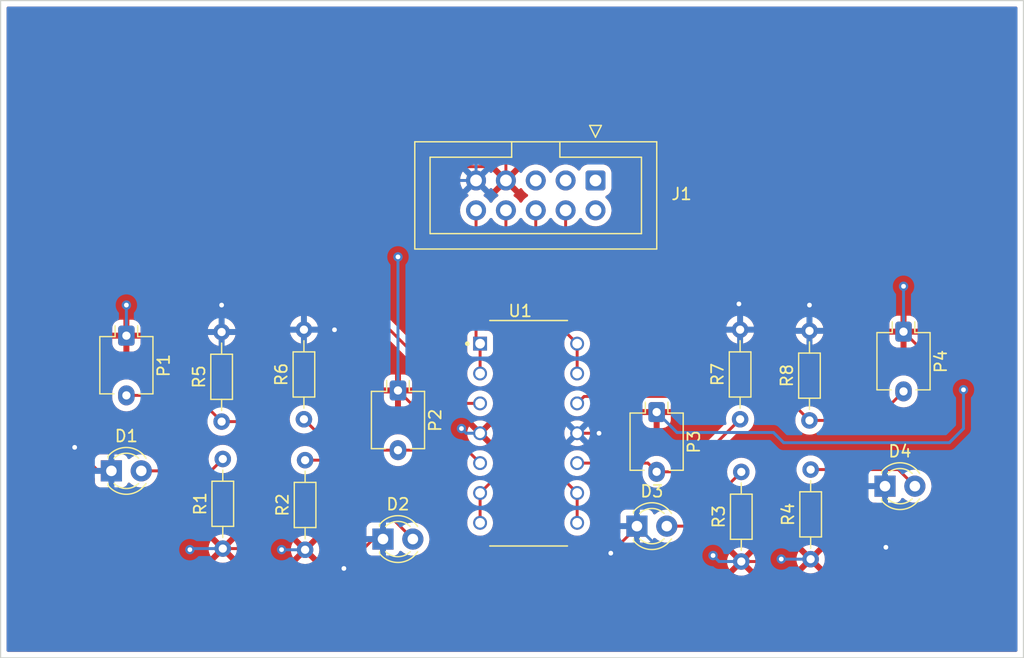
<source format=kicad_pcb>
(kicad_pcb (version 20211014) (generator pcbnew)
  (layers (0 "F.Cu" signal) (31 "B.Cu" signal) (34 "B.Paste" user) (35 "F.Paste" user) (36 "B.SilkS" user "B.Silkscreen") (37 "F.SilkS" user "F.Silkscreen") (38 "B.Mask" user) (39 "F.Mask" user) (44 "Edge.Cuts" user))
  (net 0 "")
  (net 1 "GND")
  (net 2 "Net-(D1-Pad2)")
  (net 3 "Net-(D2-Pad2)")
  (net 4 "Net-(D3-Pad2)")
  (net 5 "Net-(D4-Pad2)")
  (net 9 "O4")
  (net 11 "O3")
  (net 12 "VCC")
  (net 13 "O2")
  (net 14 "O1")
  (net 15 "A1")
  (net 16 "A2")
  (net 17 "A3")
  (net 18 "A4")
  (footprint "LED_THT:LED_D3.0mm" (layer "F.Cu") (at 118.125 88)
    (fp_text reference "D4" (at 1.27 -2.96) (layer "F.SilkS"))
    (fp_text value "LED")
    (fp_line (start -0.29 -1.236) (end -0.29 -1.08) (layer "F.SilkS") (width 0.12))
    (fp_line (start -0.29 1.08) (end -0.29 1.236) (layer "F.SilkS") (width 0.12))
    (fp_arc (start 0.229039 -1.08) (mid 1.270117 -1.5) (end 2.31113 -1.079837) (layer "F.SilkS") (width 0.12))
    (fp_arc (start -0.29 -1.235516) (mid 1.366487 -1.987659) (end 2.942335 -1.078608) (layer "F.SilkS") (width 0.12))
    (fp_arc (start 2.31113 1.079837) (mid 1.270117 1.5) (end 0.229039 1.08) (layer "F.SilkS") (width 0.12))
    (fp_arc (start 2.942335 1.078608) (mid 1.366487 1.987659) (end -0.29 1.235516) (layer "F.SilkS") (width 0.12))
    (pad "1" thru_hole rect (at 0 0) (size 1.8 1.8) (drill 0.9) (layers *.Cu *.Mask) (net 1 "GND"))
    (pad "2" thru_hole circle (at 2.54 0) (size 1.8 1.8) (drill 0.9) (layers *.Cu *.Mask) (net 5 "Net-(D4-Pad2)"))
  )
  (footprint "Connector_IDC:IDC-Header_2x05_P2.54mm_Vertical" (layer "F.Cu") (at 93.5 62 -90)
    (fp_text reference "J1" (at 1.1525 -7.32 180) (layer "F.SilkS"))
    (fp_text value "Conn_02x05_Odd_Even")
    (fp_line (start 5.83 -5.21) (end 5.83 15.37) (layer "F.SilkS") (width 0.12))
    (fp_line (start -4.68 -0.5) (end -4.68 0.5) (layer "F.SilkS") (width 0.12))
    (fp_line (start -3.68 0) (end -4.68 -0.5) (layer "F.SilkS") (width 0.12))
    (fp_line (start 4.52 -3.91) (end 4.52 14.07) (layer "F.SilkS") (width 0.12))
    (fp_line (start -1.98 -3.91) (end 4.52 -3.91) (layer "F.SilkS") (width 0.12))
    (fp_line (start -3.29 -5.21) (end 5.83 -5.21) (layer "F.SilkS") (width 0.12))
    (fp_line (start -3.29 15.37) (end -3.29 -5.21) (layer "F.SilkS") (width 0.12))
    (fp_line (start -1.98 7.13) (end -3.29 7.13) (layer "F.SilkS") (width 0.12))
    (fp_line (start -1.98 14.07) (end -1.98 7.13) (layer "F.SilkS") (width 0.12))
    (fp_line (start -3.29 3.03) (end -1.98 3.03) (layer "F.SilkS") (width 0.12))
    (fp_line (start -4.68 0.5) (end -3.68 0) (layer "F.SilkS") (width 0.12))
    (fp_line (start 4.52 14.07) (end -1.98 14.07) (layer "F.SilkS") (width 0.12))
    (fp_line (start -1.98 7.13) (end -1.98 7.13) (layer "F.SilkS") (width 0.12))
    (fp_line (start 5.83 15.37) (end -3.29 15.37) (layer "F.SilkS") (width 0.12))
    (fp_line (start -1.98 3.03) (end -1.98 -3.91) (layer "F.SilkS") (width 0.12))
    (pad "1" thru_hole roundrect (at 0 0 270) (size 1.7 1.7) (drill 1) (layers *.Cu *.Mask) (roundrect_rratio 0.1470588235))
    (pad "2" thru_hole circle (at 2.54 0 270) (size 1.7 1.7) (drill 1) (layers *.Cu *.Mask))
    (pad "3" thru_hole circle (at 0 2.54 270) (size 1.7 1.7) (drill 1) (layers *.Cu *.Mask))
    (pad "4" thru_hole circle (at 2.54 2.54 270) (size 1.7 1.7) (drill 1) (layers *.Cu *.Mask) (net 9 "O4"))
    (pad "5" thru_hole circle (at 0 5.08 270) (size 1.7 1.7) (drill 1) (layers *.Cu *.Mask))
    (pad "6" thru_hole circle (at 2.54 5.08 270) (size 1.7 1.7) (drill 1) (layers *.Cu *.Mask) (net 11 "O3"))
    (pad "7" thru_hole circle (at 0 7.62 270) (size 1.7 1.7) (drill 1) (layers *.Cu *.Mask) (net 12 "VCC"))
    (pad "8" thru_hole circle (at 2.54 7.62 270) (size 1.7 1.7) (drill 1) (layers *.Cu *.Mask) (net 13 "O2"))
    (pad "9" thru_hole circle (at 0 10.16 270) (size 1.7 1.7) (drill 1) (layers *.Cu *.Mask) (net 1 "GND"))
    (pad "10" thru_hole circle (at 2.54 10.16 270) (size 1.7 1.7) (drill 1) (layers *.Cu *.Mask) (net 14 "O1"))
  )
  (footprint "Resistor_THT:R_Axial_DIN0204_L3.6mm_D1.6mm_P7.62mm_Horizontal" (layer "F.Cu") (at 111.8 94.21 90)
    (fp_text reference "R4" (at 3.81 -1.92 90) (layer "F.SilkS"))
    (fp_text value "R_US")
    (fp_line (start 6.68 0) (end 5.73 0) (layer "F.SilkS") (width 0.12))
    (fp_line (start 0.94 0) (end 1.89 0) (layer "F.SilkS") (width 0.12))
    (fp_line (start 5.73 -0.92) (end 1.89 -0.92) (layer "F.SilkS") (width 0.12))
    (fp_line (start 1.89 0.92) (end 5.73 0.92) (layer "F.SilkS") (width 0.12))
    (fp_line (start 1.89 -0.92) (end 1.89 0.92) (layer "F.SilkS") (width 0.12))
    (fp_line (start 5.73 0.92) (end 5.73 -0.92) (layer "F.SilkS") (width 0.12))
    (pad "1" thru_hole circle (at 0 0 90) (size 1.4 1.4) (drill 0.7) (layers *.Cu *.Mask) (net 12 "VCC"))
    (pad "2" thru_hole oval (at 7.62 0 90) (size 1.4 1.4) (drill 0.7) (layers *.Cu *.Mask) (net 5 "Net-(D4-Pad2)"))
  )
  (footprint "Resistor_THT:R_Axial_DIN0204_L3.6mm_D1.6mm_P7.62mm_Horizontal" (layer "F.Cu") (at 68.7 82.31 90)
    (fp_text reference "R6" (at 3.81 -1.92 90) (layer "F.SilkS"))
    (fp_text value "R_US")
    (fp_line (start 5.73 -0.92) (end 1.89 -0.92) (layer "F.SilkS") (width 0.12))
    (fp_line (start 1.89 -0.92) (end 1.89 0.92) (layer "F.SilkS") (width 0.12))
    (fp_line (start 6.68 0) (end 5.73 0) (layer "F.SilkS") (width 0.12))
    (fp_line (start 5.73 0.92) (end 5.73 -0.92) (layer "F.SilkS") (width 0.12))
    (fp_line (start 1.89 0.92) (end 5.73 0.92) (layer "F.SilkS") (width 0.12))
    (fp_line (start 0.94 0) (end 1.89 0) (layer "F.SilkS") (width 0.12))
    (pad "1" thru_hole circle (at 0 0 90) (size 1.4 1.4) (drill 0.7) (layers *.Cu *.Mask) (net 16 "A2"))
    (pad "2" thru_hole oval (at 7.62 0 90) (size 1.4 1.4) (drill 0.7) (layers *.Cu *.Mask) (net 1 "GND"))
  )
  (footprint "Resistor_THT:R_Axial_DIN0204_L3.6mm_D1.6mm_P7.62mm_Horizontal" (layer "F.Cu") (at 111.7 82.41 90)
    (fp_text reference "R8" (at 3.81 -1.92 90) (layer "F.SilkS"))
    (fp_text value "R_US")
    (fp_line (start 5.73 0.92) (end 5.73 -0.92) (layer "F.SilkS") (width 0.12))
    (fp_line (start 6.68 0) (end 5.73 0) (layer "F.SilkS") (width 0.12))
    (fp_line (start 1.89 0.92) (end 5.73 0.92) (layer "F.SilkS") (width 0.12))
    (fp_line (start 5.73 -0.92) (end 1.89 -0.92) (layer "F.SilkS") (width 0.12))
    (fp_line (start 0.94 0) (end 1.89 0) (layer "F.SilkS") (width 0.12))
    (fp_line (start 1.89 -0.92) (end 1.89 0.92) (layer "F.SilkS") (width 0.12))
    (pad "1" thru_hole circle (at 0 0 90) (size 1.4 1.4) (drill 0.7) (layers *.Cu *.Mask) (net 18 "A4"))
    (pad "2" thru_hole oval (at 7.62 0 90) (size 1.4 1.4) (drill 0.7) (layers *.Cu *.Mask) (net 1 "GND"))
  )
  (footprint "LED_THT:LED_D3.0mm" (layer "F.Cu") (at 52.325 86.7)
    (fp_text reference "D1" (at 1.27 -2.96) (layer "F.SilkS"))
    (fp_text value "LED")
    (fp_line (start -0.29 -1.236) (end -0.29 -1.08) (layer "F.SilkS") (width 0.12))
    (fp_line (start -0.29 1.08) (end -0.29 1.236) (layer "F.SilkS") (width 0.12))
    (fp_arc (start -0.29 -1.235516) (mid 1.366487 -1.987659) (end 2.942335 -1.078608) (layer "F.SilkS") (width 0.12))
    (fp_arc (start 2.942335 1.078608) (mid 1.366487 1.987659) (end -0.29 1.235516) (layer "F.SilkS") (width 0.12))
    (fp_arc (start 2.31113 1.079837) (mid 1.270117 1.5) (end 0.229039 1.08) (layer "F.SilkS") (width 0.12))
    (fp_arc (start 0.229039 -1.08) (mid 1.270117 -1.5) (end 2.31113 -1.079837) (layer "F.SilkS") (width 0.12))
    (pad "1" thru_hole rect (at 0 0) (size 1.8 1.8) (drill 0.9) (layers *.Cu *.Mask) (net 1 "GND"))
    (pad "2" thru_hole circle (at 2.54 0) (size 1.8 1.8) (drill 0.9) (layers *.Cu *.Mask) (net 2 "Net-(D1-Pad2)"))
  )
  (footprint "LED_THT:LED_D3.0mm" (layer "F.Cu") (at 97.025 91.4)
    (fp_text reference "D3" (at 1.27 -2.96) (layer "F.SilkS"))
    (fp_text value "LED")
    (fp_line (start -0.29 -1.236) (end -0.29 -1.08) (layer "F.SilkS") (width 0.12))
    (fp_line (start -0.29 1.08) (end -0.29 1.236) (layer "F.SilkS") (width 0.12))
    (fp_arc (start 2.31113 1.079837) (mid 1.270117 1.5) (end 0.229039 1.08) (layer "F.SilkS") (width 0.12))
    (fp_arc (start -0.29 -1.235516) (mid 1.366487 -1.987659) (end 2.942335 -1.078608) (layer "F.SilkS") (width 0.12))
    (fp_arc (start 2.942335 1.078608) (mid 1.366487 1.987659) (end -0.29 1.235516) (layer "F.SilkS") (width 0.12))
    (fp_arc (start 0.229039 -1.08) (mid 1.270117 -1.5) (end 2.31113 -1.079837) (layer "F.SilkS") (width 0.12))
    (pad "1" thru_hole rect (at 0 0) (size 1.8 1.8) (drill 0.9) (layers *.Cu *.Mask) (net 1 "GND"))
    (pad "2" thru_hole circle (at 2.54 0) (size 1.8 1.8) (drill 0.9) (layers *.Cu *.Mask) (net 4 "Net-(D3-Pad2)"))
  )
  (footprint "Resistor_THT:R_Axial_DIN0204_L3.6mm_D1.6mm_P7.62mm_Horizontal" (layer "F.Cu") (at 105.9 94.41 90)
    (fp_text reference "R3" (at 3.81 -1.92 90) (layer "F.SilkS"))
    (fp_text value "R_US")
    (fp_line (start 5.73 -0.92) (end 1.89 -0.92) (layer "F.SilkS") (width 0.12))
    (fp_line (start 1.89 -0.92) (end 1.89 0.92) (layer "F.SilkS") (width 0.12))
    (fp_line (start 5.73 0.92) (end 5.73 -0.92) (layer "F.SilkS") (width 0.12))
    (fp_line (start 6.68 0) (end 5.73 0) (layer "F.SilkS") (width 0.12))
    (fp_line (start 1.89 0.92) (end 5.73 0.92) (layer "F.SilkS") (width 0.12))
    (fp_line (start 0.94 0) (end 1.89 0) (layer "F.SilkS") (width 0.12))
    (pad "1" thru_hole circle (at 0 0 90) (size 1.4 1.4) (drill 0.7) (layers *.Cu *.Mask) (net 12 "VCC"))
    (pad "2" thru_hole oval (at 7.62 0 90) (size 1.4 1.4) (drill 0.7) (layers *.Cu *.Mask) (net 4 "Net-(D3-Pad2)"))
  )
  (footprint "OptoDevice:Osram_DIL2_4.3x4.65mm_P5.08mm" (layer "F.Cu") (at 98.7 81.7 -90)
    (fp_text reference "P3" (at 2.54 -3.17 90) (layer "F.SilkS"))
    (fp_text value "D_Photo")
    (fp_line (start 4.95 -2.26) (end 4.95 -1.06) (layer "F.SilkS") (width 0.12))
    (fp_line (start 0.08 -2.26) (end 0.08 -0.96) (layer "F.SilkS") (width 0.12))
    (fp_line (start 4.95 1.06) (end 4.95 2.26) (layer "F.SilkS") (width 0.12))
    (fp_line (start 0.08 0.96) (end -0.84 0.96) (layer "F.SilkS") (width 0.12))
    (fp_line (start 4.95 2.26) (end 0.08 2.26) (layer "F.SilkS") (width 0.12))
    (fp_line (start 0.08 0.96) (end 0.08 2.26) (layer "F.SilkS") (width 0.12))
    (fp_line (start 0.08 -0.96) (end -0.84 -0.96) (layer "F.SilkS") (width 0.12))
    (fp_line (start 0.08 -2.26) (end 4.95 -2.26) (layer "F.SilkS") (width 0.12))
    (pad "1" thru_hole roundrect (at 0 0 270) (size 1.7 1.4) (drill 0.7) (layers *.Cu *.Mask) (roundrect_rratio 0.178) (net 12 "VCC"))
    (pad "2" thru_hole oval (at 5.08 0 270) (size 1.7 1.4) (drill 0.7) (layers *.Cu *.Mask) (net 17 "A3"))
  )
  (footprint "LED_THT:LED_D3.0mm" (layer "F.Cu") (at 75.425 92.5)
    (fp_text reference "D2" (at 1.27 -2.96) (layer "F.SilkS"))
    (fp_text value "LED")
    (fp_line (start -0.29 -1.236) (end -0.29 -1.08) (layer "F.SilkS") (width 0.12))
    (fp_line (start -0.29 1.08) (end -0.29 1.236) (layer "F.SilkS") (width 0.12))
    (fp_arc (start 2.942335 1.078608) (mid 1.366487 1.987659) (end -0.29 1.235516) (layer "F.SilkS") (width 0.12))
    (fp_arc (start -0.29 -1.235516) (mid 1.366487 -1.987659) (end 2.942335 -1.078608) (layer "F.SilkS") (width 0.12))
    (fp_arc (start 2.31113 1.079837) (mid 1.270117 1.5) (end 0.229039 1.08) (layer "F.SilkS") (width 0.12))
    (fp_arc (start 0.229039 -1.08) (mid 1.270117 -1.5) (end 2.31113 -1.079837) (layer "F.SilkS") (width 0.12))
    (pad "1" thru_hole rect (at 0 0) (size 1.8 1.8) (drill 0.9) (layers *.Cu *.Mask) (net 1 "GND"))
    (pad "2" thru_hole circle (at 2.54 0) (size 1.8 1.8) (drill 0.9) (layers *.Cu *.Mask) (net 3 "Net-(D2-Pad2)"))
  )
  (footprint "Resistor_THT:R_Axial_DIN0204_L3.6mm_D1.6mm_P7.62mm_Horizontal" (layer "F.Cu") (at 61.7 82.51 90)
    (fp_text reference "R5" (at 3.81 -1.92 90) (layer "F.SilkS"))
    (fp_text value "R_US")
    (fp_line (start 5.73 0.92) (end 5.73 -0.92) (layer "F.SilkS") (width 0.12))
    (fp_line (start 1.89 -0.92) (end 1.89 0.92) (layer "F.SilkS") (width 0.12))
    (fp_line (start 6.68 0) (end 5.73 0) (layer "F.SilkS") (width 0.12))
    (fp_line (start 5.73 -0.92) (end 1.89 -0.92) (layer "F.SilkS") (width 0.12))
    (fp_line (start 1.89 0.92) (end 5.73 0.92) (layer "F.SilkS") (width 0.12))
    (fp_line (start 0.94 0) (end 1.89 0) (layer "F.SilkS") (width 0.12))
    (pad "1" thru_hole circle (at 0 0 90) (size 1.4 1.4) (drill 0.7) (layers *.Cu *.Mask) (net 15 "A1"))
    (pad "2" thru_hole oval (at 7.62 0 90) (size 1.4 1.4) (drill 0.7) (layers *.Cu *.Mask) (net 1 "GND"))
  )
  (footprint "OptoDevice:Osram_DIL2_4.3x4.65mm_P5.08mm" (layer "F.Cu") (at 119.7 74.86 -90)
    (fp_text reference "P4" (at 2.54 -3.17 90) (layer "F.SilkS"))
    (fp_text value "D_Photo")
    (fp_line (start 0.08 -2.26) (end 0.08 -0.96) (layer "F.SilkS") (width 0.12))
    (fp_line (start 4.95 2.26) (end 0.08 2.26) (layer "F.SilkS") (width 0.12))
    (fp_line (start 4.95 1.06) (end 4.95 2.26) (layer "F.SilkS") (width 0.12))
    (fp_line (start 0.08 0.96) (end 0.08 2.26) (layer "F.SilkS") (width 0.12))
    (fp_line (start 0.08 0.96) (end -0.84 0.96) (layer "F.SilkS") (width 0.12))
    (fp_line (start 4.95 -2.26) (end 4.95 -1.06) (layer "F.SilkS") (width 0.12))
    (fp_line (start 0.08 -2.26) (end 4.95 -2.26) (layer "F.SilkS") (width 0.12))
    (fp_line (start 0.08 -0.96) (end -0.84 -0.96) (layer "F.SilkS") (width 0.12))
    (pad "1" thru_hole roundrect (at 0 0 270) (size 1.7 1.4) (drill 0.7) (layers *.Cu *.Mask) (roundrect_rratio 0.178) (net 12 "VCC"))
    (pad "2" thru_hole oval (at 5.08 0 270) (size 1.7 1.4) (drill 0.7) (layers *.Cu *.Mask) (net 18 "A4"))
  )
  (footprint "LMN324:DIP825W47P254L1917H533Q14" (layer "F.Cu") (at 87.8125 83.5)
    (fp_text reference "U1" (at -0.717 -10.4005) (layer "F.SilkS"))
    (fp_text value "LM324")
    (fp_line (start -3.302 9.5885) (end 3.302 9.5885) (layer "F.SilkS") (width 0.127))
    (fp_line (start -3.302 -9.5885) (end 3.302 -9.5885) (layer "F.SilkS") (width 0.127))
    (fp_circle (center -5.2175 -7.62) (end -5.1175 -7.62) (layer "F.SilkS") (width 0.2) (fill none))
    (pad "1" thru_hole rect (at -4.1275 -7.62) (size 1.18 1.18) (drill 0.83) (layers *.Cu *.Mask) (net 14 "O1"))
    (pad "2" thru_hole circle (at -4.1275 -5.08) (size 1.18 1.18) (drill 0.83) (layers *.Cu *.Mask) (net 14 "O1"))
    (pad "3" thru_hole circle (at -4.1275 -2.54) (size 1.18 1.18) (drill 0.83) (layers *.Cu *.Mask) (net 15 "A1"))
    (pad "4" thru_hole circle (at -4.1275 0) (size 1.18 1.18) (drill 0.83) (layers *.Cu *.Mask) (net 12 "VCC"))
    (pad "5" thru_hole circle (at -4.1275 2.54) (size 1.18 1.18) (drill 0.83) (layers *.Cu *.Mask) (net 16 "A2"))
    (pad "6" thru_hole circle (at -4.1275 5.08) (size 1.18 1.18) (drill 0.83) (layers *.Cu *.Mask) (net 13 "O2"))
    (pad "7" thru_hole circle (at -4.1275 7.62) (size 1.18 1.18) (drill 0.83) (layers *.Cu *.Mask) (net 13 "O2"))
    (pad "8" thru_hole circle (at 4.1275 7.62) (size 1.18 1.18) (drill 0.83) (layers *.Cu *.Mask) (net 11 "O3"))
    (pad "9" thru_hole circle (at 4.1275 5.08) (size 1.18 1.18) (drill 0.83) (layers *.Cu *.Mask) (net 11 "O3"))
    (pad "10" thru_hole circle (at 4.1275 2.54) (size 1.18 1.18) (drill 0.83) (layers *.Cu *.Mask) (net 17 "A3"))
    (pad "11" thru_hole circle (at 4.1275 0) (size 1.18 1.18) (drill 0.83) (layers *.Cu *.Mask) (net 1 "GND"))
    (pad "12" thru_hole circle (at 4.1275 -2.54) (size 1.18 1.18) (drill 0.83) (layers *.Cu *.Mask) (net 18 "A4"))
    (pad "13" thru_hole circle (at 4.1275 -5.08) (size 1.18 1.18) (drill 0.83) (layers *.Cu *.Mask) (net 9 "O4"))
    (pad "14" thru_hole circle (at 4.1275 -7.62) (size 1.18 1.18) (drill 0.83) (layers *.Cu *.Mask) (net 9 "O4"))
  )
  (footprint "OptoDevice:Osram_DIL2_4.3x4.65mm_P5.08mm" (layer "F.Cu") (at 53.6 75.2 -90)
    (fp_text reference "P1" (at 2.54 -3.17 90) (layer "F.SilkS"))
    (fp_text value "D_Photo")
    (fp_line (start 0.08 0.96) (end 0.08 2.26) (layer "F.SilkS") (width 0.12))
    (fp_line (start 0.08 -0.96) (end -0.84 -0.96) (layer "F.SilkS") (width 0.12))
    (fp_line (start 4.95 2.26) (end 0.08 2.26) (layer "F.SilkS") (width 0.12))
    (fp_line (start 0.08 -2.26) (end 0.08 -0.96) (layer "F.SilkS") (width 0.12))
    (fp_line (start 4.95 1.06) (end 4.95 2.26) (layer "F.SilkS") (width 0.12))
    (fp_line (start 4.95 -2.26) (end 4.95 -1.06) (layer "F.SilkS") (width 0.12))
    (fp_line (start 0.08 0.96) (end -0.84 0.96) (layer "F.SilkS") (width 0.12))
    (fp_line (start 0.08 -2.26) (end 4.95 -2.26) (layer "F.SilkS") (width 0.12))
    (pad "1" thru_hole roundrect (at 0 0 270) (size 1.7 1.4) (drill 0.7) (layers *.Cu *.Mask) (roundrect_rratio 0.178) (net 12 "VCC"))
    (pad "2" thru_hole oval (at 5.08 0 270) (size 1.7 1.4) (drill 0.7) (layers *.Cu *.Mask) (net 15 "A1"))
  )
  (footprint "Resistor_THT:R_Axial_DIN0204_L3.6mm_D1.6mm_P7.62mm_Horizontal" (layer "F.Cu") (at 68.8 93.41 90)
    (fp_text reference "R2" (at 3.81 -1.92 90) (layer "F.SilkS"))
    (fp_text value "R_US")
    (fp_line (start 1.89 0.92) (end 5.73 0.92) (layer "F.SilkS") (width 0.12))
    (fp_line (start 5.73 0.92) (end 5.73 -0.92) (layer "F.SilkS") (width 0.12))
    (fp_line (start 1.89 -0.92) (end 1.89 0.92) (layer "F.SilkS") (width 0.12))
    (fp_line (start 6.68 0) (end 5.73 0) (layer "F.SilkS") (width 0.12))
    (fp_line (start 0.94 0) (end 1.89 0) (layer "F.SilkS") (width 0.12))
    (fp_line (start 5.73 -0.92) (end 1.89 -0.92) (layer "F.SilkS") (width 0.12))
    (pad "1" thru_hole circle (at 0 0 90) (size 1.4 1.4) (drill 0.7) (layers *.Cu *.Mask) (net 12 "VCC"))
    (pad "2" thru_hole oval (at 7.62 0 90) (size 1.4 1.4) (drill 0.7) (layers *.Cu *.Mask) (net 3 "Net-(D2-Pad2)"))
  )
  (footprint "OptoDevice:Osram_DIL2_4.3x4.65mm_P5.08mm" (layer "F.Cu") (at 76.7 79.86 -90)
    (fp_text reference "P2" (at 2.54 -3.17 90) (layer "F.SilkS"))
    (fp_text value "D_Photo")
    (fp_line (start 4.95 -2.26) (end 4.95 -1.06) (layer "F.SilkS") (width 0.12))
    (fp_line (start 0.08 0.96) (end 0.08 2.26) (layer "F.SilkS") (width 0.12))
    (fp_line (start 4.95 2.26) (end 0.08 2.26) (layer "F.SilkS") (width 0.12))
    (fp_line (start 0.08 -0.96) (end -0.84 -0.96) (layer "F.SilkS") (width 0.12))
    (fp_line (start 0.08 -2.26) (end 4.95 -2.26) (layer "F.SilkS") (width 0.12))
    (fp_line (start 0.08 -2.26) (end 0.08 -0.96) (layer "F.SilkS") (width 0.12))
    (fp_line (start 0.08 0.96) (end -0.84 0.96) (layer "F.SilkS") (width 0.12))
    (fp_line (start 4.95 1.06) (end 4.95 2.26) (layer "F.SilkS") (width 0.12))
    (pad "1" thru_hole roundrect (at 0 0 270) (size 1.7 1.4) (drill 0.7) (layers *.Cu *.Mask) (roundrect_rratio 0.178) (net 12 "VCC"))
    (pad "2" thru_hole oval (at 5.08 0 270) (size 1.7 1.4) (drill 0.7) (layers *.Cu *.Mask) (net 16 "A2"))
  )
  (footprint "Resistor_THT:R_Axial_DIN0204_L3.6mm_D1.6mm_P7.62mm_Horizontal" (layer "F.Cu") (at 105.8 82.31 90)
    (fp_text reference "R7" (at 3.81 -1.92 90) (layer "F.SilkS"))
    (fp_text value "R_US")
    (fp_line (start 6.68 0) (end 5.73 0) (layer "F.SilkS") (width 0.12))
    (fp_line (start 1.89 -0.92) (end 1.89 0.92) (layer "F.SilkS") (width 0.12))
    (fp_line (start 1.89 0.92) (end 5.73 0.92) (layer "F.SilkS") (width 0.12))
    (fp_line (start 5.73 -0.92) (end 1.89 -0.92) (layer "F.SilkS") (width 0.12))
    (fp_line (start 5.73 0.92) (end 5.73 -0.92) (layer "F.SilkS") (width 0.12))
    (fp_line (start 0.94 0) (end 1.89 0) (layer "F.SilkS") (width 0.12))
    (pad "1" thru_hole circle (at 0 0 90) (size 1.4 1.4) (drill 0.7) (layers *.Cu *.Mask) (net 17 "A3"))
    (pad "2" thru_hole oval (at 7.62 0 90) (size 1.4 1.4) (drill 0.7) (layers *.Cu *.Mask) (net 1 "GND"))
  )
  (footprint "Resistor_THT:R_Axial_DIN0204_L3.6mm_D1.6mm_P7.62mm_Horizontal" (layer "F.Cu") (at 61.8 93.31 90)
    (fp_text reference "R1" (at 3.81 -1.92 90) (layer "F.SilkS"))
    (fp_text value "R_US")
    (fp_line (start 5.73 -0.92) (end 1.89 -0.92) (layer "F.SilkS") (width 0.12))
    (fp_line (start 1.89 0.92) (end 5.73 0.92) (layer "F.SilkS") (width 0.12))
    (fp_line (start 5.73 0.92) (end 5.73 -0.92) (layer "F.SilkS") (width 0.12))
    (fp_line (start 6.68 0) (end 5.73 0) (layer "F.SilkS") (width 0.12))
    (fp_line (start 0.94 0) (end 1.89 0) (layer "F.SilkS") (width 0.12))
    (fp_line (start 1.89 -0.92) (end 1.89 0.92) (layer "F.SilkS") (width 0.12))
    (pad "1" thru_hole circle (at 0 0 90) (size 1.4 1.4) (drill 0.7) (layers *.Cu *.Mask) (net 12 "VCC"))
    (pad "2" thru_hole oval (at 7.62 0 90) (size 1.4 1.4) (drill 0.7) (layers *.Cu *.Mask) (net 2 "Net-(D1-Pad2)"))
  )
  (gr_rect (start 42.9 46.7) (end 129.9 102.6) (layer "Edge.Cuts") (width 0.1) (fill none))
  (segment (start 71.29 74.69) (end 71.3 74.7) (width 0.25) (layer "F.Cu") (net 1))
  (segment (start 74.6 92.5) (end 72.1 95) (width 0.25) (layer "F.Cu") (net 1))
  (segment (start 91.94 83.5) (end 93.8 83.5) (width 0.25) (layer "F.Cu") (net 1))
  (segment (start 52.325 86.7) (end 51.2 86.7) (width 0.25) (layer "F.Cu") (net 1))
  (segment (start 97.025 91.4) (end 97.025 91.475) (width 0.25) (layer "F.Cu") (net 1))
  (segment (start 75.425 92.5) (end 74.6 92.5) (width 0.25) (layer "F.Cu") (net 1))
  (segment (start 105.8 74.69) (end 105.8 72.6) (width 0.25) (layer "F.Cu") (net 1))
  (segment (start 97.025 91.475) (end 94.8 93.7) (width 0.25) (layer "F.Cu") (net 1))
  (segment (start 118.125 93.125) (end 118.2 93.2) (width 0.25) (layer "F.Cu") (net 1))
  (segment (start 51.2 86.7) (end 49.2 84.7) (width 0.25) (layer "F.Cu") (net 1))
  (segment (start 68.7 74.69) (end 71.29 74.69) (width 0.25) (layer "F.Cu") (net 1))
  (segment (start 61.7 74.89) (end 61.7 72.6) (width 0.25) (layer "F.Cu") (net 1))
  (segment (start 105.8 72.6) (end 105.7 72.5) (width 0.25) (layer "F.Cu") (net 1))
  (segment (start 111.7 74.79) (end 111.7 72.6) (width 0.25) (layer "F.Cu") (net 1))
  (segment (start 118.125 88) (end 118.125 93.125) (width 0.25) (layer "F.Cu") (net 1))
  (via (at 94.8 93.7) (size 0.8) (drill 0.4) (layers "F.Cu" "B.Cu") (net 1))
  (via (at 61.7 72.6) (size 0.8) (drill 0.4) (layers "F.Cu" "B.Cu") (net 1))
  (via (at 72.1 95) (size 0.8) (drill 0.4) (layers "F.Cu" "B.Cu") (net 1))
  (via (at 49.2 84.7) (size 0.8) (drill 0.4) (layers "F.Cu" "B.Cu") (net 1))
  (via (at 118.2 93.2) (size 0.8) (drill 0.4) (layers "F.Cu" "B.Cu") (net 1))
  (via (at 93.8 83.5) (size 0.8) (drill 0.4) (layers "F.Cu" "B.Cu") (net 1))
  (via (at 111.7 72.6) (size 0.8) (drill 0.4) (layers "F.Cu" "B.Cu") (net 1))
  (via (at 71.3 74.7) (size 0.8) (drill 0.4) (layers "F.Cu" "B.Cu") (net 1))
  (via (at 105.7 72.5) (size 0.8) (drill 0.4) (layers "F.Cu" "B.Cu") (net 1))
  (segment (start 118.2 93.2) (end 115.3 96.1) (width 0.25) (layer "B.Cu") (net 1))
  (segment (start 108.5 72.5) (end 108.6 72.6) (width 0.25) (layer "B.Cu") (net 1))
  (segment (start 105.7 72.5) (end 108.5 72.5) (width 0.25) (layer "B.Cu") (net 1))
  (segment (start 52.325 93.725) (end 52.325 86.7) (width 0.25) (layer "B.Cu") (net 1))
  (segment (start 108.9 69.8) (end 108.9 61) (width 0.25) (layer "B.Cu") (net 1))
  (segment (start 94.8 86.36) (end 91.94 83.5) (width 0.25) (layer "B.Cu") (net 1))
  (segment (start 108.9 61) (end 103 55.1) (width 0.25) (layer "B.Cu") (net 1))
  (segment (start 111.7 72.6) (end 108.9 69.8) (width 0.25) (layer "B.Cu") (net 1))
  (segment (start 101.71 74.69) (end 105.8 74.69) (width 0.25) (layer "B.Cu") (net 1))
  (segment (start 72.1 95) (end 71.4 95.7) (width 0.25) (layer "B.Cu") (net 1))
  (segment (start 71.3 74.7) (end 71.3 62.2) (width 0.25) (layer "B.Cu") (net 1))
  (segment (start 49.4 70.7) (end 57.6 70.7) (width 0.25) (layer "B.Cu") (net 1))
  (segment (start 108.69 74.79) (end 111.7 74.79) (width 0.25) (layer "B.Cu") (net 1))
  (segment (start 115.3 96.1) (end 101.725 96.1) (width 0.25) (layer "B.Cu") (net 1))
  (segment (start 73.1 62) (end 83.34 62) (width 0.25) (layer "B.Cu") (net 1))
  (segment (start 66.1 59.2) (end 80.54 59.2) (width 0.25) (layer "B.Cu") (net 1))
  (segment (start 61.7 63.6) (end 66.1 59.2) (width 0.25) (layer "B.Cu") (net 1))
  (segment (start 84.7 55.1) (end 83.34 56.46) (width 0.25) (layer "B.Cu") (net 1))
  (segment (start 57.6 70.7) (end 57.8 70.9) (width 0.25) (layer "B.Cu") (net 1))
  (segment (start 57.8 74.8) (end 57.89 74.89) (width 0.25) (layer "B.Cu") (net 1))
  (segment (start 57.89 74.89) (end 61.7 74.89) (width 0.25) (layer "B.Cu") (net 1))
  (segment (start 71.4 95.7) (end 54.3 95.7) (width 0.25) (layer "B.Cu") (net 1))
  (segment (start 71.3 62.2) (end 72.3 61.2) (width 0.25) (layer "B.Cu") (net 1))
  (segment (start 83.34 56.46) (end 83.34 62) (width 0.25) (layer "B.Cu") (net 1))
  (segment (start 103 55.1) (end 84.7 55.1) (width 0.25) (layer "B.Cu") (net 1))
  (segment (start 49.2 84.7) (end 49.2 70.9) (width 0.25) (layer "B.Cu") (net 1))
  (segment (start 108.6 74.7) (end 108.69 74.79) (width 0.25) (layer "B.Cu") (net 1))
  (segment (start 72.3 61.2) (end 73.1 62) (width 0.25) (layer "B.Cu") (net 1))
  (segment (start 80.54 59.2) (end 83.34 62) (width 0.25) (layer "B.Cu") (net 1))
  (segment (start 57.8 70.9) (end 57.8 74.8) (width 0.25) (layer "B.Cu") (net 1))
  (segment (start 101.7 74.1) (end 101.7 74.7) (width 0.25) (layer "B.Cu") (net 1))
  (segment (start 108.6 72.6) (end 108.6 74.7) (width 0.25) (layer "B.Cu") (net 1))
  (segment (start 49.2 70.9) (end 49.4 70.7) (width 0.25) (layer "B.Cu") (net 1))
  (segment (start 61.7 72.6) (end 61.7 63.6) (width 0.25) (layer "B.Cu") (net 1))
  (segment (start 54.3 95.7) (end 52.325 93.725) (width 0.25) (layer "B.Cu") (net 1))
  (segment (start 101.725 96.1) (end 97.025 91.4) (width 0.25) (layer "B.Cu") (net 1))
  (segment (start 94.8 93.7) (end 94.8 86.36) (width 0.25) (layer "B.Cu") (net 1))
  (segment (start 101.7 74.7) (end 101.71 74.69) (width 0.25) (layer "B.Cu") (net 1))
  (segment (start 93.8 74.1) (end 101.7 74.1) (width 0.25) (layer "B.Cu") (net 1))
  (segment (start 93.8 83.5) (end 93.8 74.1) (width 0.25) (layer "B.Cu") (net 1))
  (segment (start 54.865 86.7) (end 60.79 86.7) (width 0.25) (layer "F.Cu") (net 2))
  (segment (start 60.79 86.7) (end 61.8 85.69) (width 0.25) (layer "F.Cu") (net 2))
  (segment (start 68.8 85.79) (end 71.255 85.79) (width 0.25) (layer "F.Cu") (net 3))
  (segment (start 71.255 85.79) (end 77.965 92.5) (width 0.25) (layer "F.Cu") (net 3))
  (segment (start 101.29 91.4) (end 105.9 86.79) (width 0.25) (layer "F.Cu") (net 4))
  (segment (start 99.565 91.4) (end 101.29 91.4) (width 0.25) (layer "F.Cu") (net 4))
  (segment (start 111.8 86.59) (end 119.255 86.59) (width 0.25) (layer "F.Cu") (net 5))
  (segment (start 119.255 86.59) (end 120.665 88) (width 0.25) (layer "F.Cu") (net 5))
  (segment (start 90.96 64.54) (end 90.96 74.9) (width 0.25) (layer "F.Cu") (net 9))
  (segment (start 91.94 75.88) (end 91.94 78.42) (width 0.25) (layer "F.Cu") (net 9))
  (segment (start 90.96 74.9) (end 91.94 75.88) (width 0.25) (layer "F.Cu") (net 9))
  (segment (start 88.42 64.54) (end 88.42 85.06) (width 0.25) (layer "F.Cu") (net 11))
  (segment (start 88.42 85.06) (end 91.94 88.58) (width 0.25) (layer "F.Cu") (net 11))
  (segment (start 91.94 88.58) (end 91.94 91.12) (width 0.25) (layer "F.Cu") (net 11))
  (segment (start 65 89.6) (end 65 84.9) (width 0.25) (layer "F.Cu") (net 12))
  (segment (start 108.8 90.8) (end 108.8 84.9) (width 0.25) (layer "F.Cu") (net 12))
  (segment (start 108.8 84.9) (end 109.5 84.2) (width 0.25) (layer "F.Cu") (net 12))
  (segment (start 85.8 56.3) (end 85.88 56.38) (width 0.25) (layer "F.Cu") (net 12))
  (segment (start 65 84.9) (end 64.3 84.2) (width 0.25) (layer "F.Cu") (net 12))
  (segment (start 122.4 83.3) (end 122.4 77.56) (width 0.25) (layer "F.Cu") (net 12))
  (segment (start 103.5 91.9) (end 104.5 90.9) (width 0.25) (layer "F.Cu") (net 12))
  (segment (start 109.3 94.2) (end 109.09 94.41) (width 0.25) (layer "F.Cu") (net 12))
  (segment (start 64.3 84.2) (end 54.6 84.2) (width 0.25) (layer "F.Cu") (net 12))
  (segment (start 109.5 84.2) (end 121.5 84.2) (width 0.25) (layer "F.Cu") (net 12))
  (segment (start 53.6 56.3) (end 85.8 56.3) (width 0.25) (layer "F.Cu") (net 12))
  (segment (start 53.6 72.6) (end 53.6 56.3) (width 0.25) (layer "F.Cu") (net 12))
  (segment (start 82.1 83.1) (end 79.94 83.1) (width 0.25) (layer "F.Cu") (net 12))
  (segment (start 109.09 94.41) (end 105.9 94.41) (width 0.25) (layer "F.Cu") (net 12))
  (segment (start 103.5 93.9) (end 103.5 91.9) (width 0.25) (layer "F.Cu") (net 12))
  (segment (start 122.4 77.56) (end 119.7 74.86) (width 0.25) (layer "F.Cu") (net 12))
  (segment (start 76.7 64.7) (end 80.575 60.825) (width 0.25) (layer "F.Cu") (net 12))
  (segment (start 114.3 65.6) (end 114.3 58.6) (width 0.25) (layer "F.Cu") (net 12))
  (segment (start 121.5 84.2) (end 122.4 83.3) (width 0.25) (layer "F.Cu") (net 12))
  (segment (start 50.5 80.1) (end 50.5 75.5) (width 0.25) (layer "F.Cu") (net 12))
  (segment (start 79.94 83.1) (end 76.7 79.86) (width 0.25) (layer "F.Cu") (net 12))
  (segment (start 76.7 68.5) (end 76.7 64.7) (width 0.25) (layer "F.Cu") (net 12))
  (segment (start 50.5 75.5) (end 50.8 75.2) (width 0.25) (layer "F.Cu") (net 12))
  (segment (start 119.7 71) (end 114.3 65.6) (width 0.25) (layer "F.Cu") (net 12))
  (segment (start 87.4 58.5) (end 87.4 60.48) (width 0.25) (layer "F.Cu") (net 12))
  (segment (start 85.88 56.38) (end 85.88 62) (width 0.25) (layer "F.Cu") (net 12))
  (segment (start 87.4 60.48) (end 85.88 62) (width 0.25) (layer "F.Cu") (net 12))
  (segment (start 80.575 60.825) (end 84.705 60.825) (width 0.25) (layer "F.Cu") (net 12))
  (segment (start 121.46 74.86) (end 119.7 74.86) (width 0.25) (layer "F.Cu") (net 12))
  (segment (start 50.8 75.2) (end 53.6 75.2) (width 0.25) (layer "F.Cu") (net 12))
  (segment (start 84.705 60.825) (end 85.88 62) (width 0.25) (layer "F.Cu") (net 12))
  (segment (start 122.6 76) (end 121.46 74.86) (width 0.25) (layer "F.Cu") (net 12))
  (segment (start 108.7 90.9) (end 108.8 90.8) (width 0.25) (layer "F.Cu") (net 12))
  (segment (start 114.1 58.4) (end 87.5 58.4) (width 0.25) (layer "F.Cu") (net 12))
  (segment (start 59 93.4) (end 59 89.8) (width 0.25) (layer "F.Cu") (net 12))
  (segment (start 66.8 93.4) (end 66.71 93.31) (width 0.25) (layer "F.Cu") (net 12))
  (segment (start 66.71 93.31) (end 61.8 93.31) (width 0.25) (layer "F.Cu") (net 12))
  (segment (start 54.6 84.2) (end 50.5 80.1) (width 0.25) (layer "F.Cu") (net 12))
  (segment (start 114.3 58.6) (end 114.1 58.4) (width 0.25) (layer "F.Cu") (net 12))
  (segment (start 104.5 90.9) (end 108.7 90.9) (width 0.25) (layer "F.Cu") (net 12))
  (segment (start 87.5 58.4) (end 87.4 58.5) (width 0.25) (layer "F.Cu") (net 12))
  (segment (start 59 89.8) (end 59.2 89.6) (width 0.25) (layer "F.Cu") (net 12))
  (segment (start 124.8 76) (end 122.6 76) (width 0.25) (layer "F.Cu") (net 12))
  (segment (start 124.8 79.8) (end 124.8 76) (width 0.25) (layer "F.Cu") (net 12))
  (segment (start 59.2 89.6) (end 65 89.6) (width 0.25) (layer "F.Cu") (net 12))
  (via (at 124.8 79.8) (size 0.8) (drill 0.4) (layers "F.Cu" "B.Cu") (net 12))
  (via (at 82.1 83.1) (size 0.8) (drill 0.4) (layers "F.Cu" "B.Cu") (net 12))
  (via (at 76.7 68.5) (size 0.8) (drill 0.4) (layers "F.Cu" "B.Cu") (net 12))
  (via (at 109.3 94.2) (size 0.8) (drill 0.4) (layers "F.Cu" "B.Cu") (net 12))
  (via (at 59 93.4) (size 0.8) (drill 0.4) (layers "F.Cu" "B.Cu") (net 12))
  (via (at 119.7 71) (size 0.8) (drill 0.4) (layers "F.Cu" "B.Cu") (net 12))
  (via (at 103.5 93.9) (size 0.8) (drill 0.4) (layers "F.Cu" "B.Cu") (net 12))
  (via (at 66.8 93.4) (size 0.8) (drill 0.4) (layers "F.Cu" "B.Cu") (net 12))
  (via (at 53.6 72.6) (size 0.8) (drill 0.4) (layers "F.Cu" "B.Cu") (net 12))
  (segment (start 98.7 81.7) (end 100.435 83.435) (width 0.25) (layer "B.Cu") (net 12))
  (segment (start 123.6 84.3) (end 124.6 83.3) (width 0.25) (layer "B.Cu") (net 12))
  (segment (start 109.5 84.3) (end 123.6 84.3) (width 0.25) (layer "B.Cu") (net 12))
  (segment (start 76.7 79.86) (end 76.7 68.5) (width 0.25) (layer "B.Cu") (net 12))
  (segment (start 66.81 93.41) (end 66.8 93.4) (width 0.25) (layer "B.Cu") (net 12))
  (segment (start 108.635 83.435) (end 109.5 84.3) (width 0.25) (layer "B.Cu") (net 12))
  (segment (start 100.435 83.435) (end 108.635 83.435) (width 0.25) (layer "B.Cu") (net 12))
  (segment (start 82.5 83.5) (end 82.1 83.1) (width 0.25) (layer "B.Cu") (net 12))
  (segment (start 124.8 83.1) (end 124.8 79.8) (width 0.25) (layer "B.Cu") (net 12))
  (segment (start 68.8 93.41) (end 66.81 93.41) (width 0.25) (layer "B.Cu") (net 12))
  (segment (start 59.09 93.31) (end 59 93.4) (width 0.25) (layer "B.Cu") (net 12))
  (segment (start 61.8 93.31) (end 59.09 93.31) (width 0.25) (layer "B.Cu") (net 12))
  (segment (start 53.6 75.2) (end 53.6 72.6) (width 0.25) (layer "B.Cu") (net 12))
  (segment (start 83.685 83.5) (end 82.5 83.5) (width 0.25) (layer "B.Cu") (net 12))
  (segment (start 119.7 74.86) (end 119.7 71) (width 0.25) (layer "B.Cu") (net 12))
  (segment (start 104.01 94.41) (end 103.5 93.9) (width 0.25) (layer "B.Cu") (net 12))
  (segment (start 109.31 94.21) (end 109.3 94.2) (width 0.25) (layer "B.Cu") (net 12))
  (segment (start 105.9 94.41) (end 104.01 94.41) (width 0.25) (layer "B.Cu") (net 12))
  (segment (start 124.6 83.3) (end 124.8 83.1) (width 0.25) (layer "B.Cu") (net 12))
  (segment (start 111.8 94.21) (end 109.31 94.21) (width 0.25) (layer "B.Cu") (net 12))
  (segment (start 85.88 64.54) (end 85.88 86.385) (width 0.25) (layer "F.Cu") (net 13))
  (segment (start 83.685 88.58) (end 83.685 91.12) (width 0.25) (layer "F.Cu") (net 13))
  (segment (start 85.88 86.385) (end 83.685 88.58) (width 0.25) (layer "F.Cu") (net 13))
  (segment (start 83.685 75.88) (end 83.685 78.42) (width 0.25) (layer "F.Cu") (net 14))
  (segment (start 83.34 64.54) (end 83.34 75.535) (width 0.25) (layer "F.Cu") (net 14))
  (segment (start 83.34 75.535) (end 83.685 75.88) (width 0.25) (layer "F.Cu") (net 14))
  (segment (start 75.225 73.925) (end 82.26 80.96) (width 0.25) (layer "F.Cu") (net 15))
  (segment (start 65.4 81) (end 65.4 72.5) (width 0.25) (layer "F.Cu") (net 15))
  (segment (start 82.26 80.96) (end 83.685 80.96) (width 0.25) (layer "F.Cu") (net 15))
  (segment (start 63.89 82.51) (end 65.4 81) (width 0.25) (layer "F.Cu") (net 15))
  (segment (start 59.47 80.28) (end 61.7 82.51) (width 0.25) (layer "F.Cu") (net 15))
  (segment (start 75.225 72.5) (end 75.225 73.925) (width 0.25) (layer "F.Cu") (net 15))
  (segment (start 61.7 82.51) (end 63.89 82.51) (width 0.25) (layer "F.Cu") (net 15))
  (segment (start 53.6 80.28) (end 59.47 80.28) (width 0.25) (layer "F.Cu") (net 15))
  (segment (start 65.4 72.5) (end 75.225 72.5) (width 0.25) (layer "F.Cu") (net 15))
  (segment (start 82.585 84.94) (end 83.685 86.04) (width 0.25) (layer "F.Cu") (net 16))
  (segment (start 68.7 82.31) (end 71.33 84.94) (width 0.25) (layer "F.Cu") (net 16))
  (segment (start 71.33 84.94) (end 76.7 84.94) (width 0.25) (layer "F.Cu") (net 16))
  (segment (start 76.7 84.94) (end 82.585 84.94) (width 0.25) (layer "F.Cu") (net 16))
  (segment (start 98.7 86.78) (end 101.33 86.78) (width 0.25) (layer "F.Cu") (net 17))
  (segment (start 101.33 86.78) (end 105.8 82.31) (width 0.25) (layer "F.Cu") (net 17))
  (segment (start 91.94 86.04) (end 97.96 86.04) (width 0.25) (layer "F.Cu") (net 17))
  (segment (start 97.96 86.04) (end 98.7 86.78) (width 0.25) (layer "F.Cu") (net 17))
  (segment (start 109.66 80.37) (end 111.7 82.41) (width 0.25) (layer "F.Cu") (net 18))
  (segment (start 111.7 82.41) (end 117.23 82.41) (width 0.25) (layer "F.Cu") (net 18))
  (segment (start 92.53 80.37) (end 109.66 80.37) (width 0.25) (layer "F.Cu") (net 18))
  (segment (start 117.23 82.41) (end 119.7 79.94) (width 0.25) (layer "F.Cu") (net 18))
  (segment (start 91.94 80.96) (end 92.53 80.37) (width 0.25) (layer "F.Cu") (net 18))
  (zone (net 12) (net_name "VCC") (layer "F.Cu") (connect_pads (clearance 0.508)) (min_thickness 0.254) (fill yes (thermal_gap 0.508) (thermal_bridge_width 0.508))
    (polygon (pts (xy 129.9 102.6) (xy 42.9 102.6) (xy 42.9 46.7) (xy 129.9 46.7)))
  )
  (zone (net 1) (net_name "GND") (layer "B.Cu") (connect_pads (clearance 0.508)) (min_thickness 0.254) (fill yes (thermal_gap 0.508) (thermal_bridge_width 0.508))
    (polygon (pts (xy 129.9 102.6) (xy 42.9 102.6) (xy 42.9 46.7) (xy 129.9 46.7)))
  )
)
</source>
